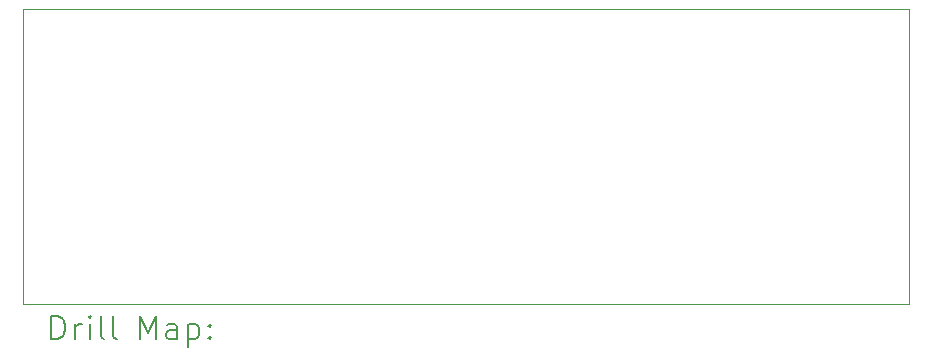
<source format=gbr>
%TF.GenerationSoftware,KiCad,Pcbnew,(6.99.0-2452-gdb4f2d9dd8)*%
%TF.CreationDate,2022-08-02T13:56:01-05:00*%
%TF.ProjectId,United,556e6974-6564-42e6-9b69-6361645f7063,rev?*%
%TF.SameCoordinates,Original*%
%TF.FileFunction,Drillmap*%
%TF.FilePolarity,Positive*%
%FSLAX45Y45*%
G04 Gerber Fmt 4.5, Leading zero omitted, Abs format (unit mm)*
G04 Created by KiCad (PCBNEW (6.99.0-2452-gdb4f2d9dd8)) date 2022-08-02 13:56:01*
%MOMM*%
%LPD*%
G01*
G04 APERTURE LIST*
%ADD10C,0.100000*%
%ADD11C,0.200000*%
G04 APERTURE END LIST*
D10*
X10000000Y-5000000D02*
X17500000Y-5000000D01*
X17500000Y-5000000D02*
X17500000Y-7500000D01*
X17500000Y-7500000D02*
X10000000Y-7500000D01*
X10000000Y-7500000D02*
X10000000Y-5000000D01*
D11*
X10242619Y-7798476D02*
X10242619Y-7598476D01*
X10242619Y-7598476D02*
X10290238Y-7598476D01*
X10290238Y-7598476D02*
X10318810Y-7608000D01*
X10318810Y-7608000D02*
X10337857Y-7627048D01*
X10337857Y-7627048D02*
X10347381Y-7646095D01*
X10347381Y-7646095D02*
X10356905Y-7684190D01*
X10356905Y-7684190D02*
X10356905Y-7712762D01*
X10356905Y-7712762D02*
X10347381Y-7750857D01*
X10347381Y-7750857D02*
X10337857Y-7769905D01*
X10337857Y-7769905D02*
X10318810Y-7788952D01*
X10318810Y-7788952D02*
X10290238Y-7798476D01*
X10290238Y-7798476D02*
X10242619Y-7798476D01*
X10442619Y-7798476D02*
X10442619Y-7665143D01*
X10442619Y-7703238D02*
X10452143Y-7684190D01*
X10452143Y-7684190D02*
X10461667Y-7674667D01*
X10461667Y-7674667D02*
X10480714Y-7665143D01*
X10480714Y-7665143D02*
X10499762Y-7665143D01*
X10566429Y-7798476D02*
X10566429Y-7665143D01*
X10566429Y-7598476D02*
X10556905Y-7608000D01*
X10556905Y-7608000D02*
X10566429Y-7617524D01*
X10566429Y-7617524D02*
X10575952Y-7608000D01*
X10575952Y-7608000D02*
X10566429Y-7598476D01*
X10566429Y-7598476D02*
X10566429Y-7617524D01*
X10690238Y-7798476D02*
X10671190Y-7788952D01*
X10671190Y-7788952D02*
X10661667Y-7769905D01*
X10661667Y-7769905D02*
X10661667Y-7598476D01*
X10795000Y-7798476D02*
X10775952Y-7788952D01*
X10775952Y-7788952D02*
X10766429Y-7769905D01*
X10766429Y-7769905D02*
X10766429Y-7598476D01*
X10991190Y-7798476D02*
X10991190Y-7598476D01*
X10991190Y-7598476D02*
X11057857Y-7741333D01*
X11057857Y-7741333D02*
X11124524Y-7598476D01*
X11124524Y-7598476D02*
X11124524Y-7798476D01*
X11305476Y-7798476D02*
X11305476Y-7693714D01*
X11305476Y-7693714D02*
X11295952Y-7674667D01*
X11295952Y-7674667D02*
X11276905Y-7665143D01*
X11276905Y-7665143D02*
X11238809Y-7665143D01*
X11238809Y-7665143D02*
X11219762Y-7674667D01*
X11305476Y-7788952D02*
X11286428Y-7798476D01*
X11286428Y-7798476D02*
X11238809Y-7798476D01*
X11238809Y-7798476D02*
X11219762Y-7788952D01*
X11219762Y-7788952D02*
X11210238Y-7769905D01*
X11210238Y-7769905D02*
X11210238Y-7750857D01*
X11210238Y-7750857D02*
X11219762Y-7731809D01*
X11219762Y-7731809D02*
X11238809Y-7722286D01*
X11238809Y-7722286D02*
X11286428Y-7722286D01*
X11286428Y-7722286D02*
X11305476Y-7712762D01*
X11400714Y-7665143D02*
X11400714Y-7865143D01*
X11400714Y-7674667D02*
X11419762Y-7665143D01*
X11419762Y-7665143D02*
X11457857Y-7665143D01*
X11457857Y-7665143D02*
X11476905Y-7674667D01*
X11476905Y-7674667D02*
X11486428Y-7684190D01*
X11486428Y-7684190D02*
X11495952Y-7703238D01*
X11495952Y-7703238D02*
X11495952Y-7760381D01*
X11495952Y-7760381D02*
X11486428Y-7779428D01*
X11486428Y-7779428D02*
X11476905Y-7788952D01*
X11476905Y-7788952D02*
X11457857Y-7798476D01*
X11457857Y-7798476D02*
X11419762Y-7798476D01*
X11419762Y-7798476D02*
X11400714Y-7788952D01*
X11581667Y-7779428D02*
X11591190Y-7788952D01*
X11591190Y-7788952D02*
X11581667Y-7798476D01*
X11581667Y-7798476D02*
X11572143Y-7788952D01*
X11572143Y-7788952D02*
X11581667Y-7779428D01*
X11581667Y-7779428D02*
X11581667Y-7798476D01*
X11581667Y-7674667D02*
X11591190Y-7684190D01*
X11591190Y-7684190D02*
X11581667Y-7693714D01*
X11581667Y-7693714D02*
X11572143Y-7684190D01*
X11572143Y-7684190D02*
X11581667Y-7674667D01*
X11581667Y-7674667D02*
X11581667Y-7693714D01*
M02*

</source>
